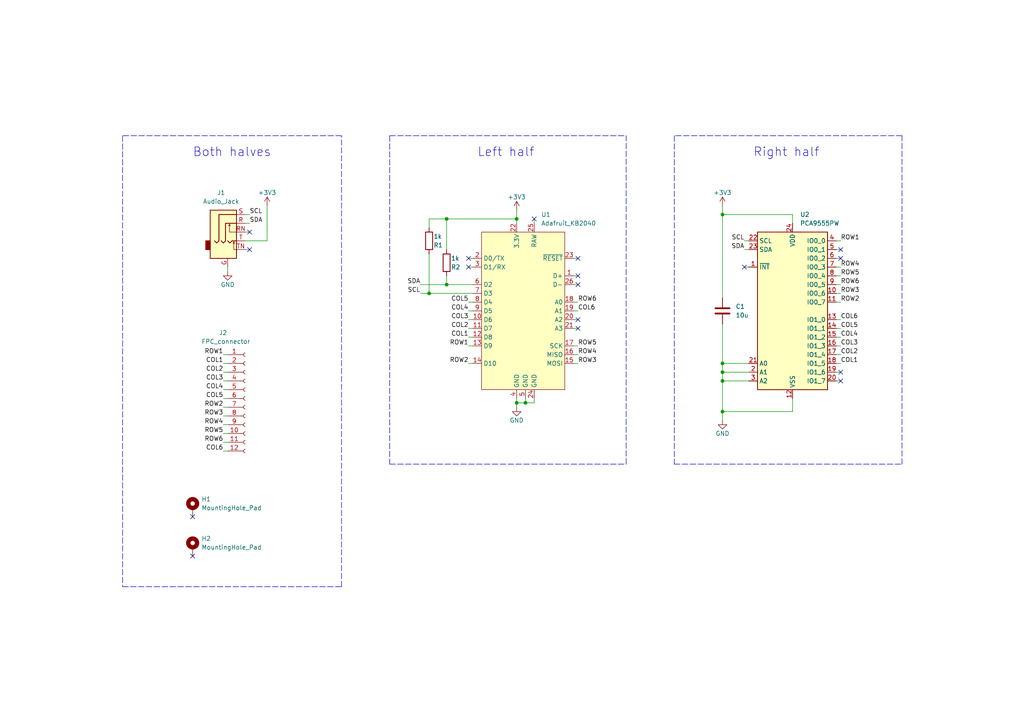
<source format=kicad_sch>
(kicad_sch (version 20231120) (generator "eeschema") (generator_version "8.0")
  (paper "A4")
  (lib_symbols
    (symbol "Connector:AudioJack3_Ground_SwitchTR"
      (property "Reference" "J" (at 0 8.89 0))
      (property "Value" "AudioJack3_Ground_SwitchTR" (at 0 6.35 0))
      (symbol "AudioJack3_Ground_SwitchTR_0_1"
        (rectangle (start -5.08 -5.08) (end -6.35 -7.62) (stroke (width 0.254)) (fill (type outline)))
        (polyline (pts (xy 0.508 -0.254) (xy 0.762 -0.762)))
        (polyline (pts (xy 1.778 -5.334) (xy 2.032 -5.842)))
        (polyline (pts (xy 0 -5.08) (xy 0.635 -5.715) (xy 1.27 -5.08) (xy 2.54 -5.08)) (stroke (width 0.254)))
        (polyline (pts (xy 2.54 -7.62) (xy 1.778 -7.62) (xy 1.778 -5.334) (xy 1.524 -5.842)))
        (polyline (pts (xy 2.54 -2.54) (xy 0.508 -2.54) (xy 0.508 -0.254) (xy 0.254 -0.762)))
        (polyline (pts (xy -1.905 -5.08) (xy -1.27 -5.715) (xy -0.635 -5.08) (xy -0.635 0) (xy 2.54 0)) (stroke (width 0.254)))
        (polyline (pts (xy 2.54 2.54) (xy -2.54 2.54) (xy -2.54 -5.08) (xy -3.175 -5.715) (xy -3.81 -5.08)) (stroke (width 0.254)))
        (rectangle (start 2.54 3.81) (end -5.08 -10.16) (stroke (width 0.254)) (fill (type background)))
      )
      (symbol "AudioJack3_Ground_SwitchTR_1_1"
        (pin passive line (at 0 -12.7 90) (length 2.54) (name "~") (number "G"))
        (pin passive line (at 5.08 0 180) (length 2.54) (name "~") (number "R"))
        (pin passive line (at 5.08 -2.54 180) (length 2.54) (name "~") (number "RN"))
        (pin passive line (at 5.08 2.54 180) (length 2.54) (name "~") (number "S"))
        (pin passive line (at 5.08 -5.08 180) (length 2.54) (name "~") (number "T"))
        (pin passive line (at 5.08 -7.62 180) (length 2.54) (name "~") (number "TN"))
      )
    )
    (symbol "Connector:Conn_01x12_Female" (pin_names (offset 1.016) hide)
      (property "Reference" "J" (at 0 15.24 0))
      (property "Value" "Conn_01x12_Female" (at 0 -17.78 0))
      (symbol "Conn_01x12_Female_1_1"
        (arc (start 0 -14.732) (mid -0.5058 -15.24) (end 0 -15.748) (stroke (width 0.1524)))
        (arc (start 0 -12.192) (mid -0.5058 -12.7) (end 0 -13.208) (stroke (width 0.1524)))
        (arc (start 0 -9.652) (mid -0.5058 -10.16) (end 0 -10.668) (stroke (width 0.1524)))
        (arc (start 0 -7.112) (mid -0.5058 -7.62) (end 0 -8.128) (stroke (width 0.1524)))
        (arc (start 0 -4.572) (mid -0.5058 -5.08) (end 0 -5.588) (stroke (width 0.1524)))
        (arc (start 0 -2.032) (mid -0.5058 -2.54) (end 0 -3.048) (stroke (width 0.1524)))
        (polyline (pts (xy -1.27 -15.24) (xy -0.508 -15.24)) (stroke (width 0.1524)))
        (polyline (pts (xy -1.27 -12.7) (xy -0.508 -12.7)) (stroke (width 0.1524)))
        (polyline (pts (xy -1.27 -10.16) (xy -0.508 -10.16)) (stroke (width 0.1524)))
        (polyline (pts (xy -1.27 -7.62) (xy -0.508 -7.62)) (stroke (width 0.1524)))
        (polyline (pts (xy -1.27 -5.08) (xy -0.508 -5.08)) (stroke (width 0.1524)))
        (polyline (pts (xy -1.27 -2.54) (xy -0.508 -2.54)) (stroke (width 0.1524)))
        (polyline (pts (xy -1.27 0) (xy -0.508 0)) (stroke (width 0.1524)))
        (polyline (pts (xy -1.27 2.54) (xy -0.508 2.54)) (stroke (width 0.1524)))
        (polyline (pts (xy -1.27 5.08) (xy -0.508 5.08)) (stroke (width 0.1524)))
        (polyline (pts (xy -1.27 7.62) (xy -0.508 7.62)) (stroke (width 0.1524)))
        (polyline (pts (xy -1.27 10.16) (xy -0.508 10.16)) (stroke (width 0.1524)))
        (polyline (pts (xy -1.27 12.7) (xy -0.508 12.7)) (stroke (width 0.1524)))
        (arc (start 0 0.508) (mid -0.5058 0) (end 0 -0.508) (stroke (width 0.1524)))
        (arc (start 0 3.048) (mid -0.5058 2.54) (end 0 2.032) (stroke (width 0.1524)))
        (arc (start 0 5.588) (mid -0.5058 5.08) (end 0 4.572) (stroke (width 0.1524)))
        (arc (start 0 8.128) (mid -0.5058 7.62) (end 0 7.112) (stroke (width 0.1524)))
        (arc (start 0 10.668) (mid -0.5058 10.16) (end 0 9.652) (stroke (width 0.1524)))
        (arc (start 0 13.208) (mid -0.5058 12.7) (end 0 12.192) (stroke (width 0.1524)))
        (pin passive line (at -5.08 12.7 0) (length 3.81) (name "Pin_1") (number "1"))
        (pin passive line (at -5.08 -10.16 0) (length 3.81) (name "Pin_10") (number "10"))
        (pin passive line (at -5.08 -12.7 0) (length 3.81) (name "Pin_11") (number "11"))
        (pin passive line (at -5.08 -15.24 0) (length 3.81) (name "Pin_12") (number "12"))
        (pin passive line (at -5.08 10.16 0) (length 3.81) (name "Pin_2") (number "2"))
        (pin passive line (at -5.08 7.62 0) (length 3.81) (name "Pin_3") (number "3"))
        (pin passive line (at -5.08 5.08 0) (length 3.81) (name "Pin_4") (number "4"))
        (pin passive line (at -5.08 2.54 0) (length 3.81) (name "Pin_5") (number "5"))
        (pin passive line (at -5.08 0 0) (length 3.81) (name "Pin_6") (number "6"))
        (pin passive line (at -5.08 -2.54 0) (length 3.81) (name "Pin_7") (number "7"))
        (pin passive line (at -5.08 -5.08 0) (length 3.81) (name "Pin_8") (number "8"))
        (pin passive line (at -5.08 -7.62 0) (length 3.81) (name "Pin_9") (number "9"))
      )
    )
    (symbol "Custom:Adafruit_KB2040"
      (property "Reference" "U" (at -10.16 24.13 0))
      (property "Value" "Adafruit_KB2040" (at 12.7 -24.13 0))
      (symbol "Adafruit_KB2040_0_0"
        (rectangle (start -12.7 22.86) (end 11.43 -22.86) (fill (type background)))
      )
      (symbol "Adafruit_KB2040_1_0"
        (pin bidirectional line (at 13.97 7.62 180) (length 2.54) (name "D-") (number "26"))
      )
      (symbol "Adafruit_KB2040_1_1"
        (pin bidirectional line (at 13.97 10.16 180) (length 2.54) (name "D+") (number "1"))
        (pin bidirectional line (at -15.24 -2.54 0) (length 2.54) (name "D6") (number "10"))
        (pin bidirectional line (at -15.24 -5.08 0) (length 2.54) (name "D7") (number "11"))
        (pin bidirectional line (at -15.24 -7.62 0) (length 2.54) (name "D8") (number "12"))
        (pin bidirectional line (at -15.24 -10.16 0) (length 2.54) (name "D9") (number "13"))
        (pin bidirectional line (at -15.24 -15.24 0) (length 2.54) (name "D10") (number "14"))
        (pin bidirectional line (at 13.97 -15.24 180) (length 2.54) (name "MOSI") (number "15"))
        (pin bidirectional line (at 13.97 -12.7 180) (length 2.54) (name "MISO") (number "16"))
        (pin bidirectional line (at 13.97 -10.16 180) (length 2.54) (name "SCK") (number "17"))
        (pin bidirectional line (at 13.97 2.54 180) (length 2.54) (name "A0") (number "18"))
        (pin bidirectional line (at 13.97 0 180) (length 2.54) (name "A1") (number "19"))
        (pin bidirectional line (at -15.24 15.24 0) (length 2.54) (name "D0/TX") (number "2"))
        (pin bidirectional line (at 13.97 -2.54 180) (length 2.54) (name "A2") (number "20"))
        (pin bidirectional line (at 13.97 -5.08 180) (length 2.54) (name "A3") (number "21"))
        (pin power_in line (at -2.54 25.4 270) (length 2.54) (name "3.3V") (number "22"))
        (pin input line (at 13.97 15.24 180) (length 2.54) (name "~{RESET}") (number "23"))
        (pin bidirectional line (at 2.54 -25.4 90) (length 2.54) (name "GND") (number "24"))
        (pin power_in line (at 2.54 25.4 270) (length 2.54) (name "RAW") (number "25"))
        (pin bidirectional line (at -15.24 12.7 0) (length 2.54) (name "D1/RX") (number "3"))
        (pin bidirectional line (at -2.54 -25.4 90) (length 2.54) (name "GND") (number "4"))
        (pin bidirectional line (at 0 -25.4 90) (length 2.54) (name "GND") (number "5"))
        (pin bidirectional line (at -15.24 7.62 0) (length 2.54) (name "D2") (number "6"))
        (pin bidirectional line (at -15.24 5.08 0) (length 2.54) (name "D3") (number "7"))
        (pin bidirectional line (at -15.24 2.54 0) (length 2.54) (name "D4") (number "8"))
        (pin bidirectional line (at -15.24 0 0) (length 2.54) (name "D5") (number "9"))
      )
    )
    (symbol "Device:C" (pin_numbers hide) (pin_names (offset 0.254))
      (property "Reference" "C" (at 0.635 2.54 0))
      (property "Value" "C" (at 0.635 -2.54 0))
      (symbol "C_0_1"
        (polyline (pts (xy -2.032 -0.762) (xy 2.032 -0.762)) (stroke (width 0.508)))
        (polyline (pts (xy -2.032 0.762) (xy 2.032 0.762)) (stroke (width 0.508)))
      )
      (symbol "C_1_1"
        (pin passive line (at 0 3.81 270) (length 2.794) (name "~") (number "1"))
        (pin passive line (at 0 -3.81 90) (length 2.794) (name "~") (number "2"))
      )
    )
    (symbol "Device:R" (pin_numbers hide) (pin_names (offset 0))
      (property "Reference" "R" (at 2.032 0 90))
      (property "Value" "R" (at 0 0 90))
      (symbol "R_0_1"
        (rectangle (start -1.016 -2.54) (end 1.016 2.54) (stroke (width 0.254)))
      )
      (symbol "R_1_1"
        (pin passive line (at 0 3.81 270) (length 1.27) (name "~") (number "1"))
        (pin passive line (at 0 -3.81 90) (length 1.27) (name "~") (number "2"))
      )
    )
    (symbol "Interface_Expansion:PCA9555PW"
      (property "Reference" "U" (at -8.89 24.13 0))
      (property "Value" "PCA9555PW" (at 6.35 24.13 0))
      (symbol "PCA9555PW_0_1"
        (rectangle (start -10.16 22.86) (end 10.16 -22.86) (stroke (width 0.254)) (fill (type background)))
      )
      (symbol "PCA9555PW_1_1"
        (pin open_collector line (at -12.7 12.7 0) (length 2.54) (name "~{INT}") (number "1"))
        (pin bidirectional line (at 12.7 5.08 180) (length 2.54) (name "IO0_6") (number "10"))
        (pin bidirectional line (at 12.7 2.54 180) (length 2.54) (name "IO0_7") (number "11"))
        (pin power_in line (at 0 -25.4 90) (length 2.54) (name "VSS") (number "12"))
        (pin bidirectional line (at 12.7 -2.54 180) (length 2.54) (name "IO1_0") (number "13"))
        (pin bidirectional line (at 12.7 -5.08 180) (length 2.54) (name "IO1_1") (number "14"))
        (pin bidirectional line (at 12.7 -7.62 180) (length 2.54) (name "IO1_2") (number "15"))
        (pin bidirectional line (at 12.7 -10.16 180) (length 2.54) (name "IO1_3") (number "16"))
        (pin bidirectional line (at 12.7 -12.7 180) (length 2.54) (name "IO1_4") (number "17"))
        (pin bidirectional line (at 12.7 -15.24 180) (length 2.54) (name "IO1_5") (number "18"))
        (pin bidirectional line (at 12.7 -17.78 180) (length 2.54) (name "IO1_6") (number "19"))
        (pin input line (at -12.7 -17.78 0) (length 2.54) (name "A1") (number "2"))
        (pin bidirectional line (at 12.7 -20.32 180) (length 2.54) (name "IO1_7") (number "20"))
        (pin input line (at -12.7 -15.24 0) (length 2.54) (name "A0") (number "21"))
        (pin input line (at -12.7 20.32 0) (length 2.54) (name "SCL") (number "22"))
        (pin bidirectional line (at -12.7 17.78 0) (length 2.54) (name "SDA") (number "23"))
        (pin power_in line (at 0 25.4 270) (length 2.54) (name "VDD") (number "24"))
        (pin input line (at -12.7 -20.32 0) (length 2.54) (name "A2") (number "3"))
        (pin bidirectional line (at 12.7 20.32 180) (length 2.54) (name "IO0_0") (number "4"))
        (pin bidirectional line (at 12.7 17.78 180) (length 2.54) (name "IO0_1") (number "5"))
        (pin bidirectional line (at 12.7 15.24 180) (length 2.54) (name "IO0_2") (number "6"))
        (pin bidirectional line (at 12.7 12.7 180) (length 2.54) (name "IO0_3") (number "7"))
        (pin bidirectional line (at 12.7 10.16 180) (length 2.54) (name "IO0_4") (number "8"))
        (pin bidirectional line (at 12.7 7.62 180) (length 2.54) (name "IO0_5") (number "9"))
      )
    )
    (symbol "Mechanical:MountingHole_Pad" (pin_numbers hide) (pin_names (offset 1.016) hide)
      (property "Reference" "H" (at 0 6.35 0))
      (property "Value" "MountingHole_Pad" (at 0 4.445 0))
      (symbol "MountingHole_Pad_0_1"
        (circle (center 0 1.27) (radius 1.27) (stroke (width 1.27)))
      )
      (symbol "MountingHole_Pad_1_1"
        (pin input line (at 0 -2.54 90) (length 2.54) (name "1") (number "1"))
      )
    )
    (symbol "power:+3.3V" (power) (pin_names (offset 0))
      (property "Value" "+3.3V" (at 0 3.556 0))
      (symbol "+3.3V_0_1"
        (polyline (pts (xy -0.762 1.27) (xy 0 2.54)))
        (polyline (pts (xy 0 0) (xy 0 2.54)))
        (polyline (pts (xy 0 2.54) (xy 0.762 1.27)))
      )
      (symbol "+3.3V_1_1"
        (pin power_in line (at 0 0 90) (length 0) hide (name "+3V3") (number "1"))
      )
    )
    (symbol "power:GND" (power) (pin_names (offset 0))
      (property "Value" "GND" (at 0 -3.81 0))
      (symbol "GND_0_1"
        (polyline (pts (xy 0 0) (xy 0 -1.27) (xy 1.27 -1.27) (xy 0 -2.54) (xy -1.27 -1.27) (xy 0 -1.27)))
      )
      (symbol "GND_1_1"
        (pin power_in line (at 0 0 270) (length 0) hide (name "GND") (number "1"))
      )
    )
  )
  (junction (at 149.86 116.84))
  (junction (at 209.55 119.38))
  (junction (at 149.86 63.5))
  (junction (at 209.55 107.95))
  (junction (at 129.54 82.55))
  (junction (at 129.54 63.5))
  (junction (at 124.46 85.09))
  (junction (at 152.4 116.84))
  (junction (at 209.55 105.41))
  (junction (at 209.55 62.23))
  (junction (at 209.55 110.49))
  (no_connect (at 167.64 92.71))
  (no_connect (at 167.64 95.25))
  (no_connect (at 72.39 67.31))
  (no_connect (at 72.39 72.39))
  (no_connect (at 243.84 110.49))
  (no_connect (at 243.84 107.95))
  (no_connect (at 154.94 63.5))
  (no_connect (at 167.64 82.55))
  (no_connect (at 135.89 74.93))
  (no_connect (at 135.89 77.47))
  (no_connect (at 167.64 74.93))
  (no_connect (at 167.64 80.01))
  (no_connect (at 243.84 74.93))
  (no_connect (at 243.84 72.39))
  (no_connect (at 215.9 77.47))
  (no_connect (at 55.88 149.86))
  (no_connect (at 55.88 161.29))
  (wire (pts (xy 209.55 110.49) (xy 217.17 110.49)))
  (wire (pts (xy 209.55 110.49) (xy 209.55 119.38)))
  (wire (pts (xy 166.37 92.71) (xy 167.64 92.71)))
  (wire (pts (xy 154.94 63.5) (xy 154.94 64.77)))
  (polyline (pts (xy 195.58 134.62) (xy 261.62 134.62)) (stroke (width 0) (type dash)))
  (wire (pts (xy 66.04 107.95) (xy 64.77 107.95)))
  (wire (pts (xy 243.84 87.63) (xy 242.57 87.63)))
  (wire (pts (xy 77.47 59.69) (xy 77.47 69.85)))
  (wire (pts (xy 71.12 67.31) (xy 72.39 67.31)))
  (wire (pts (xy 72.39 64.77) (xy 71.12 64.77)))
  (wire (pts (xy 209.55 107.95) (xy 209.55 110.49)))
  (wire (pts (xy 243.84 102.87) (xy 242.57 102.87)))
  (wire (pts (xy 229.87 115.57) (xy 229.87 119.38)))
  (wire (pts (xy 215.9 77.47) (xy 217.17 77.47)))
  (wire (pts (xy 124.46 73.66) (xy 124.46 85.09)))
  (wire (pts (xy 243.84 72.39) (xy 242.57 72.39)))
  (wire (pts (xy 149.86 116.84) (xy 149.86 118.11)))
  (wire (pts (xy 66.04 110.49) (xy 64.77 110.49)))
  (wire (pts (xy 149.86 60.96) (xy 149.86 63.5)))
  (wire (pts (xy 64.77 102.87) (xy 66.04 102.87)))
  (wire (pts (xy 167.64 102.87) (xy 166.37 102.87)))
  (wire (pts (xy 66.04 105.41) (xy 64.77 105.41)))
  (wire (pts (xy 166.37 95.25) (xy 167.64 95.25)))
  (wire (pts (xy 129.54 63.5) (xy 124.46 63.5)))
  (wire (pts (xy 71.12 72.39) (xy 72.39 72.39)))
  (wire (pts (xy 137.16 100.33) (xy 135.89 100.33)))
  (wire (pts (xy 137.16 97.79) (xy 135.89 97.79)))
  (wire (pts (xy 166.37 105.41) (xy 167.64 105.41)))
  (polyline (pts (xy 99.06 170.18) (xy 99.06 39.37)) (stroke (width 0) (type dash)))
  (wire (pts (xy 166.37 82.55) (xy 167.64 82.55)))
  (wire (pts (xy 243.84 107.95) (xy 242.57 107.95)))
  (wire (pts (xy 135.89 87.63) (xy 137.16 87.63)))
  (polyline (pts (xy 113.03 39.37) (xy 181.61 39.37)) (stroke (width 0) (type dash)))
  (polyline (pts (xy 261.62 39.37) (xy 195.58 39.37)) (stroke (width 0) (type dash)))
  (wire (pts (xy 209.55 119.38) (xy 209.55 121.92)))
  (wire (pts (xy 243.84 110.49) (xy 242.57 110.49)))
  (wire (pts (xy 243.84 85.09) (xy 242.57 85.09)))
  (polyline (pts (xy 113.03 134.62) (xy 181.61 134.62)) (stroke (width 0) (type dash)))
  (wire (pts (xy 66.04 77.47) (xy 66.04 78.74)))
  (wire (pts (xy 149.86 64.77) (xy 149.86 63.5)))
  (wire (pts (xy 64.77 125.73) (xy 66.04 125.73)))
  (wire (pts (xy 243.84 80.01) (xy 242.57 80.01)))
  (wire (pts (xy 243.84 105.41) (xy 242.57 105.41)))
  (wire (pts (xy 121.92 82.55) (xy 129.54 82.55)))
  (wire (pts (xy 229.87 64.77) (xy 229.87 62.23)))
  (wire (pts (xy 166.37 80.01) (xy 167.64 80.01)))
  (polyline (pts (xy 35.56 170.18) (xy 99.06 170.18)) (stroke (width 0) (type dash)))
  (wire (pts (xy 64.77 120.65) (xy 66.04 120.65)))
  (wire (pts (xy 149.86 63.5) (xy 129.54 63.5)))
  (wire (pts (xy 121.92 85.09) (xy 124.46 85.09)))
  (wire (pts (xy 243.84 69.85) (xy 242.57 69.85)))
  (wire (pts (xy 209.55 119.38) (xy 229.87 119.38)))
  (wire (pts (xy 243.84 74.93) (xy 242.57 74.93)))
  (wire (pts (xy 229.87 62.23) (xy 209.55 62.23)))
  (wire (pts (xy 167.64 100.33) (xy 166.37 100.33)))
  (wire (pts (xy 152.4 115.57) (xy 152.4 116.84)))
  (wire (pts (xy 215.9 72.39) (xy 217.17 72.39)))
  (wire (pts (xy 129.54 63.5) (xy 129.54 72.39)))
  (wire (pts (xy 154.94 116.84) (xy 152.4 116.84)))
  (wire (pts (xy 209.55 62.23) (xy 209.55 86.36)))
  (wire (pts (xy 209.55 107.95) (xy 217.17 107.95)))
  (wire (pts (xy 166.37 74.93) (xy 167.64 74.93)))
  (polyline (pts (xy 181.61 134.62) (xy 181.61 39.37)) (stroke (width 0) (type dash)))
  (wire (pts (xy 243.84 77.47) (xy 242.57 77.47)))
  (wire (pts (xy 72.39 62.23) (xy 71.12 62.23)))
  (polyline (pts (xy 35.56 39.37) (xy 35.56 170.18)) (stroke (width 0) (type dash)))
  (wire (pts (xy 149.86 115.57) (xy 149.86 116.84)))
  (wire (pts (xy 64.77 128.27) (xy 66.04 128.27)))
  (wire (pts (xy 167.64 87.63) (xy 166.37 87.63)))
  (polyline (pts (xy 195.58 39.37) (xy 195.58 134.62)) (stroke (width 0) (type dash)))
  (wire (pts (xy 137.16 90.17) (xy 135.89 90.17)))
  (wire (pts (xy 209.55 105.41) (xy 217.17 105.41)))
  (wire (pts (xy 66.04 115.57) (xy 64.77 115.57)))
  (wire (pts (xy 64.77 123.19) (xy 66.04 123.19)))
  (wire (pts (xy 243.84 95.25) (xy 242.57 95.25)))
  (wire (pts (xy 71.12 69.85) (xy 77.47 69.85)))
  (wire (pts (xy 154.94 115.57) (xy 154.94 116.84)))
  (wire (pts (xy 64.77 130.81) (xy 66.04 130.81)))
  (wire (pts (xy 135.89 74.93) (xy 137.16 74.93)))
  (wire (pts (xy 209.55 105.41) (xy 209.55 107.95)))
  (wire (pts (xy 137.16 95.25) (xy 135.89 95.25)))
  (wire (pts (xy 243.84 100.33) (xy 242.57 100.33)))
  (wire (pts (xy 137.16 82.55) (xy 129.54 82.55)))
  (wire (pts (xy 152.4 116.84) (xy 149.86 116.84)))
  (polyline (pts (xy 99.06 39.37) (xy 35.56 39.37)) (stroke (width 0) (type dash)))
  (polyline (pts (xy 261.62 134.62) (xy 261.62 39.37)) (stroke (width 0) (type dash)))
  (wire (pts (xy 167.64 90.17) (xy 166.37 90.17)))
  (wire (pts (xy 137.16 92.71) (xy 135.89 92.71)))
  (wire (pts (xy 209.55 59.69) (xy 209.55 62.23)))
  (wire (pts (xy 129.54 82.55) (xy 129.54 80.01)))
  (wire (pts (xy 243.84 82.55) (xy 242.57 82.55)))
  (wire (pts (xy 137.16 105.41) (xy 135.89 105.41)))
  (wire (pts (xy 215.9 69.85) (xy 217.17 69.85)))
  (wire (pts (xy 243.84 92.71) (xy 242.57 92.71)))
  (wire (pts (xy 124.46 63.5) (xy 124.46 66.04)))
  (wire (pts (xy 243.84 97.79) (xy 242.57 97.79)))
  (wire (pts (xy 66.04 113.03) (xy 64.77 113.03)))
  (wire (pts (xy 135.89 77.47) (xy 137.16 77.47)))
  (wire (pts (xy 66.04 118.11) (xy 64.77 118.11)))
  (polyline (pts (xy 113.03 39.37) (xy 113.03 134.62)) (stroke (width 0) (type dash)))
  (wire (pts (xy 124.46 85.09) (xy 137.16 85.09)))
  (wire (pts (xy 209.55 93.98) (xy 209.55 105.41)))
  (text "Right half" (at 218.44 45.72 0) (effects (font (size 2.54 2.54)) (justify left bottom)))
  (text "Left half" (at 138.43 45.72 0) (effects (font (size 2.54 2.54)) (justify left bottom)))
  (text "Both halves" (at 55.88 45.72 0) (effects (font (size 2.54 2.54)) (justify left bottom)))
  (label "COL2" (at 64.77 107.95 180))
  (label "COL4" (at 135.89 90.17 180))
  (label "COL3" (at 243.84 100.33 0))
  (label "ROW3" (at 64.77 120.65 180))
  (label "COL6" (at 167.64 90.17 0))
  (label "SCL" (at 121.92 85.09 180))
  (label "COL3" (at 135.89 92.71 180))
  (label "COL6" (at 64.77 130.81 180))
  (label "ROW6" (at 243.84 82.55 0))
  (label "ROW6" (at 64.77 128.27 180))
  (label "ROW5" (at 167.64 100.33 0))
  (label "COL2" (at 135.89 95.25 180))
  (label "SCL" (at 215.9 69.85 180))
  (label "COL2" (at 243.84 102.87 0))
  (label "COL4" (at 64.77 113.03 180))
  (label "ROW1" (at 243.84 69.85 0))
  (label "COL6" (at 243.84 92.71 0))
  (label "ROW2" (at 64.77 118.11 180))
  (label "COL1" (at 135.89 97.79 180))
  (label "ROW5" (at 64.77 125.73 180))
  (label "COL5" (at 243.84 95.25 0))
  (label "ROW3" (at 243.84 85.09 0))
  (label "COL1" (at 243.84 105.41 0))
  (label "ROW3" (at 167.64 105.41 0))
  (label "ROW5" (at 243.84 80.01 0))
  (label "ROW6" (at 167.64 87.63 0))
  (label "COL4" (at 243.84 97.79 0))
  (label "COL3" (at 64.77 110.49 180))
  (label "ROW4" (at 64.77 123.19 180))
  (label "ROW4" (at 167.64 102.87 0))
  (label "COL1" (at 64.77 105.41 180))
  (label "COL5" (at 64.77 115.57 180))
  (label "ROW1" (at 64.77 102.87 180))
  (label "SDA" (at 121.92 82.55 180))
  (label "SDA" (at 72.39 64.77 0))
  (label "ROW1" (at 135.89 100.33 180))
  (label "COL5" (at 135.89 87.63 180))
  (label "ROW4" (at 243.84 77.47 0))
  (label "ROW2" (at 243.84 87.63 0))
  (label "ROW2" (at 135.89 105.41 180))
  (label "SCL" (at 72.39 62.23 0))
  (label "SDA" (at 215.9 72.39 180))
  (symbol (lib_id "Device:R") (at 124.46 69.85 0) (mirror x) (unit 1)
    (property "Reference" "R1" (at 125.73 71.12 0) (effects (justify left)))
    (property "Value" "1k" (at 125.73 68.58 0) (effects (justify left)))
    (property "Footprint" "Resistor_SMD:R_1206_3216Metric" (effects (hide yes)))
  )
  (symbol (lib_id "power:GND") (at 66.04 78.74 0) (mirror y) (unit 1)
    (property "Reference" "#PWR03" (effects (hide yes)))
    (property "Value" "GND" (at 66.04 82.55 0))
  )
  (symbol (lib_id "power:+3.3V") (at 209.55 59.69 0) (unit 1)
    (property "Reference" "#PWR05" (effects (hide yes)))
    (property "Value" "+3V3" (at 209.55 55.88 0))
  )
  (symbol (lib_id "Connector:Conn_01x12_Female") (at 71.12 115.57 0) (unit 1)
    (property "Reference" "J2" (at 63.5 96.52 0) (effects (justify left)))
    (property "Value" "FPC_connector" (at 58.42 99.06 0) (effects (justify left)))
    (property "Footprint" "Custom:FPC_Connector" (effects (hide yes)))
  )
  (symbol (lib_id "power:GND") (at 149.86 118.11 0) (mirror y) (unit 1)
    (property "Reference" "#PWR02" (effects (hide yes)))
    (property "Value" "GND" (at 149.86 121.92 0))
  )
  (symbol (lib_id "power:+3.3V") (at 149.86 60.96 0) (unit 1)
    (property "Reference" "#PWR01" (effects (hide yes)))
    (property "Value" "+3V3" (at 149.86 57.15 0))
  )
  (symbol (lib_id "Connector:AudioJack3_Ground_SwitchTR") (at 66.04 64.77 0) (unit 1)
    (property "Reference" "J1" (at 64.135 55.88 0))
    (property "Value" "Audio_Jack" (at 64.135 58.42 0))
    (property "Footprint" "Custom:Audio_Jack_Dual_Side" (effects (hide yes)))
  )
  (symbol (lib_id "Interface_Expansion:PCA9555PW") (at 229.87 90.17 0) (unit 1)
    (property "Reference" "U2" (at 232.0641 62.23 0) (effects (justify left)))
    (property "Value" "PCA9555PW" (at 232.0641 64.77 0) (effects (justify left)))
    (property "Footprint" "Package_SO:TSSOP-24_4.4x7.8mm_P0.65mm" (effects (hide yes)))
    (property "Datasheet" "https://www.nxp.com/docs/en/data-sheet/PCA9555.pdf" (effects (hide yes)))
    (property "Description" "IO expander 16 GPIO, I2C 400kHz, Interrupt, 2.3 - 5.5V, TSSOP-24" (effects (hide yes)))
  )
  (symbol (lib_id "Device:C") (at 209.55 90.17 0) (unit 1)
    (property "Reference" "C1" (at 213.36 88.8999 0) (effects (justify left)))
    (property "Value" "10u" (at 213.36 91.4399 0) (effects (justify left)))
    (property "Footprint" "Capacitor_SMD:C_1206_3216Metric" (effects (hide yes)))
  )
  (symbol (lib_id "Mechanical:MountingHole_Pad") (at 55.88 158.75 0) (unit 1)
    (property "Reference" "H2" (at 58.42 156.2099 0) (effects (justify left)))
    (property "Value" "MountingHole_Pad" (at 58.42 158.7499 0) (effects (justify left)))
    (property "Footprint" "MountingHole:MountingHole_2.2mm_M2_Pad_Via" (effects (hide yes)))
  )
  (symbol (lib_id "power:GND") (at 209.55 121.92 0) (unit 1)
    (property "Reference" "#PWR06" (effects (hide yes)))
    (property "Value" "GND" (at 209.55 125.73 0))
  )
  (symbol (lib_id "Mechanical:MountingHole_Pad") (at 55.88 147.32 0) (unit 1)
    (property "Reference" "H1" (at 58.42 144.7799 0) (effects (justify left)))
    (property "Value" "MountingHole_Pad" (at 58.42 147.3199 0) (effects (justify left)))
    (property "Footprint" "MountingHole:MountingHole_2.2mm_M2_Pad_Via" (effects (hide yes)))
  )
  (symbol (lib_id "Custom:Adafruit_KB2040") (at 152.4 90.17 0) (unit 1)
    (property "Reference" "U1" (at 156.9594 62.23 0) (effects (justify left)))
    (property "Value" "Adafruit_KB2040" (at 156.9594 64.77 0) (effects (justify left)))
    (property "Footprint" "Custom:Adafruit_KB2040" (effects (hide yes)))
    (property "Datasheet" "https://cdn-learn.adafruit.com/downloads/pdf/adafruit-kb2040.pdf" (effects (hide yes)))
  )
  (symbol (lib_id "power:+3.3V") (at 77.47 59.69 0) (unit 1)
    (property "Reference" "#PWR0101" (effects (hide yes)))
    (property "Value" "+3V3" (at 77.47 55.88 0))
  )
  (symbol (lib_id "Device:R") (at 129.54 76.2 0) (mirror x) (unit 1)
    (property "Reference" "R2" (at 130.81 77.47 0) (effects (justify left)))
    (property "Value" "1k" (at 130.81 74.93 0) (effects (justify left)))
    (property "Footprint" "Resistor_SMD:R_1206_3216Metric" (effects (hide yes)))
  )
)
</source>
